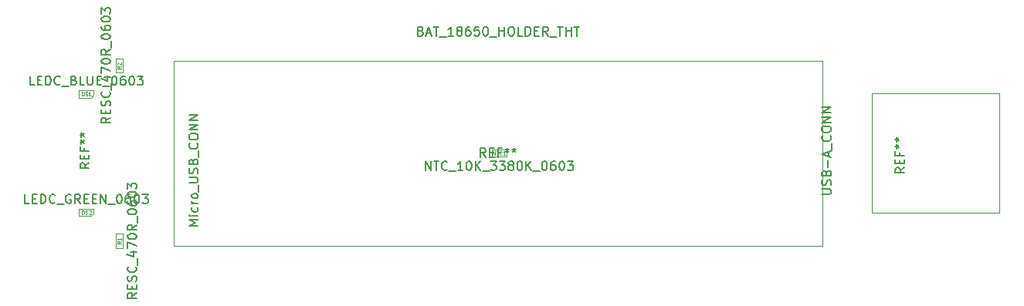
<source format=gbr>
%TF.GenerationSoftware,KiCad,Pcbnew,(5.1.6)-1*%
%TF.CreationDate,2020-08-13T11:00:50+03:00*%
%TF.ProjectId,Rechargeable 5V power bank REV 0.53,52656368-6172-4676-9561-626c65203556,rev?*%
%TF.SameCoordinates,Original*%
%TF.FileFunction,Other,Fab,Top*%
%FSLAX46Y46*%
G04 Gerber Fmt 4.6, Leading zero omitted, Abs format (unit mm)*
G04 Created by KiCad (PCBNEW (5.1.6)-1) date 2020-08-13 11:00:50*
%MOMM*%
%LPD*%
G01*
G04 APERTURE LIST*
%ADD10C,0.120000*%
%ADD11C,0.100000*%
%ADD12C,0.150000*%
%ADD13C,0.060000*%
G04 APERTURE END LIST*
D10*
%TO.C,BAT1*%
X153560000Y-62340000D02*
X82440000Y-62340000D01*
X153560000Y-82660000D02*
X153560000Y-62340000D01*
X82440000Y-82660000D02*
X153560000Y-82660000D01*
X82440000Y-62340000D02*
X82440000Y-82660000D01*
D11*
%TO.C,R2*%
X76100000Y-63675000D02*
X76100000Y-62075000D01*
X76900000Y-63675000D02*
X76100000Y-63675000D01*
X76900000Y-62075000D02*
X76900000Y-63675000D01*
X76100000Y-62075000D02*
X76900000Y-62075000D01*
%TO.C,R1*%
X76900000Y-81325000D02*
X76900000Y-82925000D01*
X76100000Y-81325000D02*
X76900000Y-81325000D01*
X76100000Y-82925000D02*
X76100000Y-81325000D01*
X76900000Y-82925000D02*
X76100000Y-82925000D01*
%TO.C,NTC1*%
X118925000Y-72900000D02*
X117325000Y-72900000D01*
X118925000Y-72100000D02*
X118925000Y-72900000D01*
X117325000Y-72100000D02*
X118925000Y-72100000D01*
X117325000Y-72900000D02*
X117325000Y-72100000D01*
D10*
%TO.C,J2*%
X158990000Y-65935000D02*
X172990000Y-65935000D01*
X158990000Y-79065000D02*
X172990000Y-79065000D01*
X158990000Y-79065000D02*
X158990000Y-65935000D01*
X172990000Y-79065000D02*
X172990000Y-65935000D01*
D11*
%TO.C,DS2*%
X72075000Y-78600000D02*
X72075000Y-79400000D01*
X73675000Y-78600000D02*
X72075000Y-78600000D01*
X73675000Y-79100000D02*
X73675000Y-78600000D01*
X73375000Y-79400000D02*
X73675000Y-79100000D01*
X72075000Y-79400000D02*
X73375000Y-79400000D01*
%TO.C,DS1*%
X72075000Y-65600000D02*
X72075000Y-66400000D01*
X73675000Y-65600000D02*
X72075000Y-65600000D01*
X73675000Y-66100000D02*
X73675000Y-65600000D01*
X73375000Y-66400000D02*
X73675000Y-66100000D01*
X72075000Y-66400000D02*
X73375000Y-66400000D01*
%TD*%
%TO.C,BAT1*%
D12*
X109547619Y-59093571D02*
X109690476Y-59141190D01*
X109738095Y-59188809D01*
X109785714Y-59284047D01*
X109785714Y-59426904D01*
X109738095Y-59522142D01*
X109690476Y-59569761D01*
X109595238Y-59617380D01*
X109214285Y-59617380D01*
X109214285Y-58617380D01*
X109547619Y-58617380D01*
X109642857Y-58665000D01*
X109690476Y-58712619D01*
X109738095Y-58807857D01*
X109738095Y-58903095D01*
X109690476Y-58998333D01*
X109642857Y-59045952D01*
X109547619Y-59093571D01*
X109214285Y-59093571D01*
X110166666Y-59331666D02*
X110642857Y-59331666D01*
X110071428Y-59617380D02*
X110404761Y-58617380D01*
X110738095Y-59617380D01*
X110928571Y-58617380D02*
X111500000Y-58617380D01*
X111214285Y-59617380D02*
X111214285Y-58617380D01*
X111595238Y-59712619D02*
X112357142Y-59712619D01*
X113119047Y-59617380D02*
X112547619Y-59617380D01*
X112833333Y-59617380D02*
X112833333Y-58617380D01*
X112738095Y-58760238D01*
X112642857Y-58855476D01*
X112547619Y-58903095D01*
X113690476Y-59045952D02*
X113595238Y-58998333D01*
X113547619Y-58950714D01*
X113500000Y-58855476D01*
X113500000Y-58807857D01*
X113547619Y-58712619D01*
X113595238Y-58665000D01*
X113690476Y-58617380D01*
X113880952Y-58617380D01*
X113976190Y-58665000D01*
X114023809Y-58712619D01*
X114071428Y-58807857D01*
X114071428Y-58855476D01*
X114023809Y-58950714D01*
X113976190Y-58998333D01*
X113880952Y-59045952D01*
X113690476Y-59045952D01*
X113595238Y-59093571D01*
X113547619Y-59141190D01*
X113500000Y-59236428D01*
X113500000Y-59426904D01*
X113547619Y-59522142D01*
X113595238Y-59569761D01*
X113690476Y-59617380D01*
X113880952Y-59617380D01*
X113976190Y-59569761D01*
X114023809Y-59522142D01*
X114071428Y-59426904D01*
X114071428Y-59236428D01*
X114023809Y-59141190D01*
X113976190Y-59093571D01*
X113880952Y-59045952D01*
X114928571Y-58617380D02*
X114738095Y-58617380D01*
X114642857Y-58665000D01*
X114595238Y-58712619D01*
X114500000Y-58855476D01*
X114452380Y-59045952D01*
X114452380Y-59426904D01*
X114500000Y-59522142D01*
X114547619Y-59569761D01*
X114642857Y-59617380D01*
X114833333Y-59617380D01*
X114928571Y-59569761D01*
X114976190Y-59522142D01*
X115023809Y-59426904D01*
X115023809Y-59188809D01*
X114976190Y-59093571D01*
X114928571Y-59045952D01*
X114833333Y-58998333D01*
X114642857Y-58998333D01*
X114547619Y-59045952D01*
X114500000Y-59093571D01*
X114452380Y-59188809D01*
X115928571Y-58617380D02*
X115452380Y-58617380D01*
X115404761Y-59093571D01*
X115452380Y-59045952D01*
X115547619Y-58998333D01*
X115785714Y-58998333D01*
X115880952Y-59045952D01*
X115928571Y-59093571D01*
X115976190Y-59188809D01*
X115976190Y-59426904D01*
X115928571Y-59522142D01*
X115880952Y-59569761D01*
X115785714Y-59617380D01*
X115547619Y-59617380D01*
X115452380Y-59569761D01*
X115404761Y-59522142D01*
X116595238Y-58617380D02*
X116690476Y-58617380D01*
X116785714Y-58665000D01*
X116833333Y-58712619D01*
X116880952Y-58807857D01*
X116928571Y-58998333D01*
X116928571Y-59236428D01*
X116880952Y-59426904D01*
X116833333Y-59522142D01*
X116785714Y-59569761D01*
X116690476Y-59617380D01*
X116595238Y-59617380D01*
X116500000Y-59569761D01*
X116452380Y-59522142D01*
X116404761Y-59426904D01*
X116357142Y-59236428D01*
X116357142Y-58998333D01*
X116404761Y-58807857D01*
X116452380Y-58712619D01*
X116500000Y-58665000D01*
X116595238Y-58617380D01*
X117119047Y-59712619D02*
X117880952Y-59712619D01*
X118119047Y-59617380D02*
X118119047Y-58617380D01*
X118119047Y-59093571D02*
X118690476Y-59093571D01*
X118690476Y-59617380D02*
X118690476Y-58617380D01*
X119357142Y-58617380D02*
X119547619Y-58617380D01*
X119642857Y-58665000D01*
X119738095Y-58760238D01*
X119785714Y-58950714D01*
X119785714Y-59284047D01*
X119738095Y-59474523D01*
X119642857Y-59569761D01*
X119547619Y-59617380D01*
X119357142Y-59617380D01*
X119261904Y-59569761D01*
X119166666Y-59474523D01*
X119119047Y-59284047D01*
X119119047Y-58950714D01*
X119166666Y-58760238D01*
X119261904Y-58665000D01*
X119357142Y-58617380D01*
X120690476Y-59617380D02*
X120214285Y-59617380D01*
X120214285Y-58617380D01*
X121023809Y-59617380D02*
X121023809Y-58617380D01*
X121261904Y-58617380D01*
X121404761Y-58665000D01*
X121500000Y-58760238D01*
X121547619Y-58855476D01*
X121595238Y-59045952D01*
X121595238Y-59188809D01*
X121547619Y-59379285D01*
X121500000Y-59474523D01*
X121404761Y-59569761D01*
X121261904Y-59617380D01*
X121023809Y-59617380D01*
X122023809Y-59093571D02*
X122357142Y-59093571D01*
X122500000Y-59617380D02*
X122023809Y-59617380D01*
X122023809Y-58617380D01*
X122500000Y-58617380D01*
X123500000Y-59617380D02*
X123166666Y-59141190D01*
X122928571Y-59617380D02*
X122928571Y-58617380D01*
X123309523Y-58617380D01*
X123404761Y-58665000D01*
X123452380Y-58712619D01*
X123500000Y-58807857D01*
X123500000Y-58950714D01*
X123452380Y-59045952D01*
X123404761Y-59093571D01*
X123309523Y-59141190D01*
X122928571Y-59141190D01*
X123690476Y-59712619D02*
X124452380Y-59712619D01*
X124547619Y-58617380D02*
X125119047Y-58617380D01*
X124833333Y-59617380D02*
X124833333Y-58617380D01*
X125452380Y-59617380D02*
X125452380Y-58617380D01*
X125452380Y-59093571D02*
X126023809Y-59093571D01*
X126023809Y-59617380D02*
X126023809Y-58617380D01*
X126357142Y-58617380D02*
X126928571Y-58617380D01*
X126642857Y-59617380D02*
X126642857Y-58617380D01*
X116666666Y-72952380D02*
X116333333Y-72476190D01*
X116095238Y-72952380D02*
X116095238Y-71952380D01*
X116476190Y-71952380D01*
X116571428Y-72000000D01*
X116619047Y-72047619D01*
X116666666Y-72142857D01*
X116666666Y-72285714D01*
X116619047Y-72380952D01*
X116571428Y-72428571D01*
X116476190Y-72476190D01*
X116095238Y-72476190D01*
X117095238Y-72428571D02*
X117428571Y-72428571D01*
X117571428Y-72952380D02*
X117095238Y-72952380D01*
X117095238Y-71952380D01*
X117571428Y-71952380D01*
X118333333Y-72428571D02*
X118000000Y-72428571D01*
X118000000Y-72952380D02*
X118000000Y-71952380D01*
X118476190Y-71952380D01*
X119000000Y-71952380D02*
X119000000Y-72190476D01*
X118761904Y-72095238D02*
X119000000Y-72190476D01*
X119238095Y-72095238D01*
X118857142Y-72380952D02*
X119000000Y-72190476D01*
X119142857Y-72380952D01*
X119761904Y-71952380D02*
X119761904Y-72190476D01*
X119523809Y-72095238D02*
X119761904Y-72190476D01*
X120000000Y-72095238D01*
X119619047Y-72380952D02*
X119761904Y-72190476D01*
X119904761Y-72380952D01*
%TO.C,R2*%
X75522380Y-68589285D02*
X75046190Y-68922619D01*
X75522380Y-69160714D02*
X74522380Y-69160714D01*
X74522380Y-68779761D01*
X74570000Y-68684523D01*
X74617619Y-68636904D01*
X74712857Y-68589285D01*
X74855714Y-68589285D01*
X74950952Y-68636904D01*
X74998571Y-68684523D01*
X75046190Y-68779761D01*
X75046190Y-69160714D01*
X74998571Y-68160714D02*
X74998571Y-67827380D01*
X75522380Y-67684523D02*
X75522380Y-68160714D01*
X74522380Y-68160714D01*
X74522380Y-67684523D01*
X75474761Y-67303571D02*
X75522380Y-67160714D01*
X75522380Y-66922619D01*
X75474761Y-66827380D01*
X75427142Y-66779761D01*
X75331904Y-66732142D01*
X75236666Y-66732142D01*
X75141428Y-66779761D01*
X75093809Y-66827380D01*
X75046190Y-66922619D01*
X74998571Y-67113095D01*
X74950952Y-67208333D01*
X74903333Y-67255952D01*
X74808095Y-67303571D01*
X74712857Y-67303571D01*
X74617619Y-67255952D01*
X74570000Y-67208333D01*
X74522380Y-67113095D01*
X74522380Y-66875000D01*
X74570000Y-66732142D01*
X75427142Y-65732142D02*
X75474761Y-65779761D01*
X75522380Y-65922619D01*
X75522380Y-66017857D01*
X75474761Y-66160714D01*
X75379523Y-66255952D01*
X75284285Y-66303571D01*
X75093809Y-66351190D01*
X74950952Y-66351190D01*
X74760476Y-66303571D01*
X74665238Y-66255952D01*
X74570000Y-66160714D01*
X74522380Y-66017857D01*
X74522380Y-65922619D01*
X74570000Y-65779761D01*
X74617619Y-65732142D01*
X75617619Y-65541666D02*
X75617619Y-64779761D01*
X74855714Y-64113095D02*
X75522380Y-64113095D01*
X74474761Y-64351190D02*
X75189047Y-64589285D01*
X75189047Y-63970238D01*
X74522380Y-63684523D02*
X74522380Y-63017857D01*
X75522380Y-63446428D01*
X74522380Y-62446428D02*
X74522380Y-62351190D01*
X74570000Y-62255952D01*
X74617619Y-62208333D01*
X74712857Y-62160714D01*
X74903333Y-62113095D01*
X75141428Y-62113095D01*
X75331904Y-62160714D01*
X75427142Y-62208333D01*
X75474761Y-62255952D01*
X75522380Y-62351190D01*
X75522380Y-62446428D01*
X75474761Y-62541666D01*
X75427142Y-62589285D01*
X75331904Y-62636904D01*
X75141428Y-62684523D01*
X74903333Y-62684523D01*
X74712857Y-62636904D01*
X74617619Y-62589285D01*
X74570000Y-62541666D01*
X74522380Y-62446428D01*
X75522380Y-61113095D02*
X75046190Y-61446428D01*
X75522380Y-61684523D02*
X74522380Y-61684523D01*
X74522380Y-61303571D01*
X74570000Y-61208333D01*
X74617619Y-61160714D01*
X74712857Y-61113095D01*
X74855714Y-61113095D01*
X74950952Y-61160714D01*
X74998571Y-61208333D01*
X75046190Y-61303571D01*
X75046190Y-61684523D01*
X75617619Y-60922619D02*
X75617619Y-60160714D01*
X74522380Y-59732142D02*
X74522380Y-59636904D01*
X74570000Y-59541666D01*
X74617619Y-59494047D01*
X74712857Y-59446428D01*
X74903333Y-59398809D01*
X75141428Y-59398809D01*
X75331904Y-59446428D01*
X75427142Y-59494047D01*
X75474761Y-59541666D01*
X75522380Y-59636904D01*
X75522380Y-59732142D01*
X75474761Y-59827380D01*
X75427142Y-59875000D01*
X75331904Y-59922619D01*
X75141428Y-59970238D01*
X74903333Y-59970238D01*
X74712857Y-59922619D01*
X74617619Y-59875000D01*
X74570000Y-59827380D01*
X74522380Y-59732142D01*
X74522380Y-58541666D02*
X74522380Y-58732142D01*
X74570000Y-58827380D01*
X74617619Y-58875000D01*
X74760476Y-58970238D01*
X74950952Y-59017857D01*
X75331904Y-59017857D01*
X75427142Y-58970238D01*
X75474761Y-58922619D01*
X75522380Y-58827380D01*
X75522380Y-58636904D01*
X75474761Y-58541666D01*
X75427142Y-58494047D01*
X75331904Y-58446428D01*
X75093809Y-58446428D01*
X74998571Y-58494047D01*
X74950952Y-58541666D01*
X74903333Y-58636904D01*
X74903333Y-58827380D01*
X74950952Y-58922619D01*
X74998571Y-58970238D01*
X75093809Y-59017857D01*
X74522380Y-57827380D02*
X74522380Y-57732142D01*
X74570000Y-57636904D01*
X74617619Y-57589285D01*
X74712857Y-57541666D01*
X74903333Y-57494047D01*
X75141428Y-57494047D01*
X75331904Y-57541666D01*
X75427142Y-57589285D01*
X75474761Y-57636904D01*
X75522380Y-57732142D01*
X75522380Y-57827380D01*
X75474761Y-57922619D01*
X75427142Y-57970238D01*
X75331904Y-58017857D01*
X75141428Y-58065476D01*
X74903333Y-58065476D01*
X74712857Y-58017857D01*
X74617619Y-57970238D01*
X74570000Y-57922619D01*
X74522380Y-57827380D01*
X74522380Y-57160714D02*
X74522380Y-56541666D01*
X74903333Y-56875000D01*
X74903333Y-56732142D01*
X74950952Y-56636904D01*
X74998571Y-56589285D01*
X75093809Y-56541666D01*
X75331904Y-56541666D01*
X75427142Y-56589285D01*
X75474761Y-56636904D01*
X75522380Y-56732142D01*
X75522380Y-57017857D01*
X75474761Y-57113095D01*
X75427142Y-57160714D01*
D13*
X76680952Y-62941666D02*
X76490476Y-63075000D01*
X76680952Y-63170238D02*
X76280952Y-63170238D01*
X76280952Y-63017857D01*
X76300000Y-62979761D01*
X76319047Y-62960714D01*
X76357142Y-62941666D01*
X76414285Y-62941666D01*
X76452380Y-62960714D01*
X76471428Y-62979761D01*
X76490476Y-63017857D01*
X76490476Y-63170238D01*
X76319047Y-62789285D02*
X76300000Y-62770238D01*
X76280952Y-62732142D01*
X76280952Y-62636904D01*
X76300000Y-62598809D01*
X76319047Y-62579761D01*
X76357142Y-62560714D01*
X76395238Y-62560714D01*
X76452380Y-62579761D01*
X76680952Y-62808333D01*
X76680952Y-62560714D01*
%TO.C,R1*%
D12*
X78382380Y-87839285D02*
X77906190Y-88172619D01*
X78382380Y-88410714D02*
X77382380Y-88410714D01*
X77382380Y-88029761D01*
X77430000Y-87934523D01*
X77477619Y-87886904D01*
X77572857Y-87839285D01*
X77715714Y-87839285D01*
X77810952Y-87886904D01*
X77858571Y-87934523D01*
X77906190Y-88029761D01*
X77906190Y-88410714D01*
X77858571Y-87410714D02*
X77858571Y-87077380D01*
X78382380Y-86934523D02*
X78382380Y-87410714D01*
X77382380Y-87410714D01*
X77382380Y-86934523D01*
X78334761Y-86553571D02*
X78382380Y-86410714D01*
X78382380Y-86172619D01*
X78334761Y-86077380D01*
X78287142Y-86029761D01*
X78191904Y-85982142D01*
X78096666Y-85982142D01*
X78001428Y-86029761D01*
X77953809Y-86077380D01*
X77906190Y-86172619D01*
X77858571Y-86363095D01*
X77810952Y-86458333D01*
X77763333Y-86505952D01*
X77668095Y-86553571D01*
X77572857Y-86553571D01*
X77477619Y-86505952D01*
X77430000Y-86458333D01*
X77382380Y-86363095D01*
X77382380Y-86125000D01*
X77430000Y-85982142D01*
X78287142Y-84982142D02*
X78334761Y-85029761D01*
X78382380Y-85172619D01*
X78382380Y-85267857D01*
X78334761Y-85410714D01*
X78239523Y-85505952D01*
X78144285Y-85553571D01*
X77953809Y-85601190D01*
X77810952Y-85601190D01*
X77620476Y-85553571D01*
X77525238Y-85505952D01*
X77430000Y-85410714D01*
X77382380Y-85267857D01*
X77382380Y-85172619D01*
X77430000Y-85029761D01*
X77477619Y-84982142D01*
X78477619Y-84791666D02*
X78477619Y-84029761D01*
X77715714Y-83363095D02*
X78382380Y-83363095D01*
X77334761Y-83601190D02*
X78049047Y-83839285D01*
X78049047Y-83220238D01*
X77382380Y-82934523D02*
X77382380Y-82267857D01*
X78382380Y-82696428D01*
X77382380Y-81696428D02*
X77382380Y-81601190D01*
X77430000Y-81505952D01*
X77477619Y-81458333D01*
X77572857Y-81410714D01*
X77763333Y-81363095D01*
X78001428Y-81363095D01*
X78191904Y-81410714D01*
X78287142Y-81458333D01*
X78334761Y-81505952D01*
X78382380Y-81601190D01*
X78382380Y-81696428D01*
X78334761Y-81791666D01*
X78287142Y-81839285D01*
X78191904Y-81886904D01*
X78001428Y-81934523D01*
X77763333Y-81934523D01*
X77572857Y-81886904D01*
X77477619Y-81839285D01*
X77430000Y-81791666D01*
X77382380Y-81696428D01*
X78382380Y-80363095D02*
X77906190Y-80696428D01*
X78382380Y-80934523D02*
X77382380Y-80934523D01*
X77382380Y-80553571D01*
X77430000Y-80458333D01*
X77477619Y-80410714D01*
X77572857Y-80363095D01*
X77715714Y-80363095D01*
X77810952Y-80410714D01*
X77858571Y-80458333D01*
X77906190Y-80553571D01*
X77906190Y-80934523D01*
X78477619Y-80172619D02*
X78477619Y-79410714D01*
X77382380Y-78982142D02*
X77382380Y-78886904D01*
X77430000Y-78791666D01*
X77477619Y-78744047D01*
X77572857Y-78696428D01*
X77763333Y-78648809D01*
X78001428Y-78648809D01*
X78191904Y-78696428D01*
X78287142Y-78744047D01*
X78334761Y-78791666D01*
X78382380Y-78886904D01*
X78382380Y-78982142D01*
X78334761Y-79077380D01*
X78287142Y-79125000D01*
X78191904Y-79172619D01*
X78001428Y-79220238D01*
X77763333Y-79220238D01*
X77572857Y-79172619D01*
X77477619Y-79125000D01*
X77430000Y-79077380D01*
X77382380Y-78982142D01*
X77382380Y-77791666D02*
X77382380Y-77982142D01*
X77430000Y-78077380D01*
X77477619Y-78125000D01*
X77620476Y-78220238D01*
X77810952Y-78267857D01*
X78191904Y-78267857D01*
X78287142Y-78220238D01*
X78334761Y-78172619D01*
X78382380Y-78077380D01*
X78382380Y-77886904D01*
X78334761Y-77791666D01*
X78287142Y-77744047D01*
X78191904Y-77696428D01*
X77953809Y-77696428D01*
X77858571Y-77744047D01*
X77810952Y-77791666D01*
X77763333Y-77886904D01*
X77763333Y-78077380D01*
X77810952Y-78172619D01*
X77858571Y-78220238D01*
X77953809Y-78267857D01*
X77382380Y-77077380D02*
X77382380Y-76982142D01*
X77430000Y-76886904D01*
X77477619Y-76839285D01*
X77572857Y-76791666D01*
X77763333Y-76744047D01*
X78001428Y-76744047D01*
X78191904Y-76791666D01*
X78287142Y-76839285D01*
X78334761Y-76886904D01*
X78382380Y-76982142D01*
X78382380Y-77077380D01*
X78334761Y-77172619D01*
X78287142Y-77220238D01*
X78191904Y-77267857D01*
X78001428Y-77315476D01*
X77763333Y-77315476D01*
X77572857Y-77267857D01*
X77477619Y-77220238D01*
X77430000Y-77172619D01*
X77382380Y-77077380D01*
X77382380Y-76410714D02*
X77382380Y-75791666D01*
X77763333Y-76125000D01*
X77763333Y-75982142D01*
X77810952Y-75886904D01*
X77858571Y-75839285D01*
X77953809Y-75791666D01*
X78191904Y-75791666D01*
X78287142Y-75839285D01*
X78334761Y-75886904D01*
X78382380Y-75982142D01*
X78382380Y-76267857D01*
X78334761Y-76363095D01*
X78287142Y-76410714D01*
D13*
X76680952Y-82191666D02*
X76490476Y-82325000D01*
X76680952Y-82420238D02*
X76280952Y-82420238D01*
X76280952Y-82267857D01*
X76300000Y-82229761D01*
X76319047Y-82210714D01*
X76357142Y-82191666D01*
X76414285Y-82191666D01*
X76452380Y-82210714D01*
X76471428Y-82229761D01*
X76490476Y-82267857D01*
X76490476Y-82420238D01*
X76680952Y-81810714D02*
X76680952Y-82039285D01*
X76680952Y-81925000D02*
X76280952Y-81925000D01*
X76338095Y-81963095D01*
X76376190Y-82001190D01*
X76395238Y-82039285D01*
%TO.C,NTC1*%
D12*
X110053571Y-74382380D02*
X110053571Y-73382380D01*
X110625000Y-74382380D01*
X110625000Y-73382380D01*
X110958333Y-73382380D02*
X111529761Y-73382380D01*
X111244047Y-74382380D02*
X111244047Y-73382380D01*
X112434523Y-74287142D02*
X112386904Y-74334761D01*
X112244047Y-74382380D01*
X112148809Y-74382380D01*
X112005952Y-74334761D01*
X111910714Y-74239523D01*
X111863095Y-74144285D01*
X111815476Y-73953809D01*
X111815476Y-73810952D01*
X111863095Y-73620476D01*
X111910714Y-73525238D01*
X112005952Y-73430000D01*
X112148809Y-73382380D01*
X112244047Y-73382380D01*
X112386904Y-73430000D01*
X112434523Y-73477619D01*
X112625000Y-74477619D02*
X113386904Y-74477619D01*
X114148809Y-74382380D02*
X113577380Y-74382380D01*
X113863095Y-74382380D02*
X113863095Y-73382380D01*
X113767857Y-73525238D01*
X113672619Y-73620476D01*
X113577380Y-73668095D01*
X114767857Y-73382380D02*
X114863095Y-73382380D01*
X114958333Y-73430000D01*
X115005952Y-73477619D01*
X115053571Y-73572857D01*
X115101190Y-73763333D01*
X115101190Y-74001428D01*
X115053571Y-74191904D01*
X115005952Y-74287142D01*
X114958333Y-74334761D01*
X114863095Y-74382380D01*
X114767857Y-74382380D01*
X114672619Y-74334761D01*
X114625000Y-74287142D01*
X114577380Y-74191904D01*
X114529761Y-74001428D01*
X114529761Y-73763333D01*
X114577380Y-73572857D01*
X114625000Y-73477619D01*
X114672619Y-73430000D01*
X114767857Y-73382380D01*
X115529761Y-74382380D02*
X115529761Y-73382380D01*
X116101190Y-74382380D02*
X115672619Y-73810952D01*
X116101190Y-73382380D02*
X115529761Y-73953809D01*
X116291666Y-74477619D02*
X117053571Y-74477619D01*
X117196428Y-73382380D02*
X117815476Y-73382380D01*
X117482142Y-73763333D01*
X117625000Y-73763333D01*
X117720238Y-73810952D01*
X117767857Y-73858571D01*
X117815476Y-73953809D01*
X117815476Y-74191904D01*
X117767857Y-74287142D01*
X117720238Y-74334761D01*
X117625000Y-74382380D01*
X117339285Y-74382380D01*
X117244047Y-74334761D01*
X117196428Y-74287142D01*
X118148809Y-73382380D02*
X118767857Y-73382380D01*
X118434523Y-73763333D01*
X118577380Y-73763333D01*
X118672619Y-73810952D01*
X118720238Y-73858571D01*
X118767857Y-73953809D01*
X118767857Y-74191904D01*
X118720238Y-74287142D01*
X118672619Y-74334761D01*
X118577380Y-74382380D01*
X118291666Y-74382380D01*
X118196428Y-74334761D01*
X118148809Y-74287142D01*
X119339285Y-73810952D02*
X119244047Y-73763333D01*
X119196428Y-73715714D01*
X119148809Y-73620476D01*
X119148809Y-73572857D01*
X119196428Y-73477619D01*
X119244047Y-73430000D01*
X119339285Y-73382380D01*
X119529761Y-73382380D01*
X119625000Y-73430000D01*
X119672619Y-73477619D01*
X119720238Y-73572857D01*
X119720238Y-73620476D01*
X119672619Y-73715714D01*
X119625000Y-73763333D01*
X119529761Y-73810952D01*
X119339285Y-73810952D01*
X119244047Y-73858571D01*
X119196428Y-73906190D01*
X119148809Y-74001428D01*
X119148809Y-74191904D01*
X119196428Y-74287142D01*
X119244047Y-74334761D01*
X119339285Y-74382380D01*
X119529761Y-74382380D01*
X119625000Y-74334761D01*
X119672619Y-74287142D01*
X119720238Y-74191904D01*
X119720238Y-74001428D01*
X119672619Y-73906190D01*
X119625000Y-73858571D01*
X119529761Y-73810952D01*
X120339285Y-73382380D02*
X120434523Y-73382380D01*
X120529761Y-73430000D01*
X120577380Y-73477619D01*
X120625000Y-73572857D01*
X120672619Y-73763333D01*
X120672619Y-74001428D01*
X120625000Y-74191904D01*
X120577380Y-74287142D01*
X120529761Y-74334761D01*
X120434523Y-74382380D01*
X120339285Y-74382380D01*
X120244047Y-74334761D01*
X120196428Y-74287142D01*
X120148809Y-74191904D01*
X120101190Y-74001428D01*
X120101190Y-73763333D01*
X120148809Y-73572857D01*
X120196428Y-73477619D01*
X120244047Y-73430000D01*
X120339285Y-73382380D01*
X121101190Y-74382380D02*
X121101190Y-73382380D01*
X121672619Y-74382380D02*
X121244047Y-73810952D01*
X121672619Y-73382380D02*
X121101190Y-73953809D01*
X121863095Y-74477619D02*
X122625000Y-74477619D01*
X123053571Y-73382380D02*
X123148809Y-73382380D01*
X123244047Y-73430000D01*
X123291666Y-73477619D01*
X123339285Y-73572857D01*
X123386904Y-73763333D01*
X123386904Y-74001428D01*
X123339285Y-74191904D01*
X123291666Y-74287142D01*
X123244047Y-74334761D01*
X123148809Y-74382380D01*
X123053571Y-74382380D01*
X122958333Y-74334761D01*
X122910714Y-74287142D01*
X122863095Y-74191904D01*
X122815476Y-74001428D01*
X122815476Y-73763333D01*
X122863095Y-73572857D01*
X122910714Y-73477619D01*
X122958333Y-73430000D01*
X123053571Y-73382380D01*
X124244047Y-73382380D02*
X124053571Y-73382380D01*
X123958333Y-73430000D01*
X123910714Y-73477619D01*
X123815476Y-73620476D01*
X123767857Y-73810952D01*
X123767857Y-74191904D01*
X123815476Y-74287142D01*
X123863095Y-74334761D01*
X123958333Y-74382380D01*
X124148809Y-74382380D01*
X124244047Y-74334761D01*
X124291666Y-74287142D01*
X124339285Y-74191904D01*
X124339285Y-73953809D01*
X124291666Y-73858571D01*
X124244047Y-73810952D01*
X124148809Y-73763333D01*
X123958333Y-73763333D01*
X123863095Y-73810952D01*
X123815476Y-73858571D01*
X123767857Y-73953809D01*
X124958333Y-73382380D02*
X125053571Y-73382380D01*
X125148809Y-73430000D01*
X125196428Y-73477619D01*
X125244047Y-73572857D01*
X125291666Y-73763333D01*
X125291666Y-74001428D01*
X125244047Y-74191904D01*
X125196428Y-74287142D01*
X125148809Y-74334761D01*
X125053571Y-74382380D01*
X124958333Y-74382380D01*
X124863095Y-74334761D01*
X124815476Y-74287142D01*
X124767857Y-74191904D01*
X124720238Y-74001428D01*
X124720238Y-73763333D01*
X124767857Y-73572857D01*
X124815476Y-73477619D01*
X124863095Y-73430000D01*
X124958333Y-73382380D01*
X125625000Y-73382380D02*
X126244047Y-73382380D01*
X125910714Y-73763333D01*
X126053571Y-73763333D01*
X126148809Y-73810952D01*
X126196428Y-73858571D01*
X126244047Y-73953809D01*
X126244047Y-74191904D01*
X126196428Y-74287142D01*
X126148809Y-74334761D01*
X126053571Y-74382380D01*
X125767857Y-74382380D01*
X125672619Y-74334761D01*
X125625000Y-74287142D01*
D13*
X117467857Y-72680952D02*
X117467857Y-72280952D01*
X117696428Y-72680952D01*
X117696428Y-72280952D01*
X117829761Y-72280952D02*
X118058333Y-72280952D01*
X117944047Y-72680952D02*
X117944047Y-72280952D01*
X118420238Y-72642857D02*
X118401190Y-72661904D01*
X118344047Y-72680952D01*
X118305952Y-72680952D01*
X118248809Y-72661904D01*
X118210714Y-72623809D01*
X118191666Y-72585714D01*
X118172619Y-72509523D01*
X118172619Y-72452380D01*
X118191666Y-72376190D01*
X118210714Y-72338095D01*
X118248809Y-72300000D01*
X118305952Y-72280952D01*
X118344047Y-72280952D01*
X118401190Y-72300000D01*
X118420238Y-72319047D01*
X118801190Y-72680952D02*
X118572619Y-72680952D01*
X118686904Y-72680952D02*
X118686904Y-72280952D01*
X118648809Y-72338095D01*
X118610714Y-72376190D01*
X118572619Y-72395238D01*
%TO.C,J2*%
D12*
X153526380Y-77007904D02*
X154335904Y-77007904D01*
X154431142Y-76960285D01*
X154478761Y-76912666D01*
X154526380Y-76817428D01*
X154526380Y-76626952D01*
X154478761Y-76531714D01*
X154431142Y-76484095D01*
X154335904Y-76436476D01*
X153526380Y-76436476D01*
X154478761Y-76007904D02*
X154526380Y-75865047D01*
X154526380Y-75626952D01*
X154478761Y-75531714D01*
X154431142Y-75484095D01*
X154335904Y-75436476D01*
X154240666Y-75436476D01*
X154145428Y-75484095D01*
X154097809Y-75531714D01*
X154050190Y-75626952D01*
X154002571Y-75817428D01*
X153954952Y-75912666D01*
X153907333Y-75960285D01*
X153812095Y-76007904D01*
X153716857Y-76007904D01*
X153621619Y-75960285D01*
X153574000Y-75912666D01*
X153526380Y-75817428D01*
X153526380Y-75579333D01*
X153574000Y-75436476D01*
X154002571Y-74674571D02*
X154050190Y-74531714D01*
X154097809Y-74484095D01*
X154193047Y-74436476D01*
X154335904Y-74436476D01*
X154431142Y-74484095D01*
X154478761Y-74531714D01*
X154526380Y-74626952D01*
X154526380Y-75007904D01*
X153526380Y-75007904D01*
X153526380Y-74674571D01*
X153574000Y-74579333D01*
X153621619Y-74531714D01*
X153716857Y-74484095D01*
X153812095Y-74484095D01*
X153907333Y-74531714D01*
X153954952Y-74579333D01*
X154002571Y-74674571D01*
X154002571Y-75007904D01*
X154145428Y-74007904D02*
X154145428Y-73246000D01*
X154240666Y-72817428D02*
X154240666Y-72341238D01*
X154526380Y-72912666D02*
X153526380Y-72579333D01*
X154526380Y-72246000D01*
X154621619Y-72150761D02*
X154621619Y-71388857D01*
X154431142Y-70579333D02*
X154478761Y-70626952D01*
X154526380Y-70769809D01*
X154526380Y-70865047D01*
X154478761Y-71007904D01*
X154383523Y-71103142D01*
X154288285Y-71150761D01*
X154097809Y-71198380D01*
X153954952Y-71198380D01*
X153764476Y-71150761D01*
X153669238Y-71103142D01*
X153574000Y-71007904D01*
X153526380Y-70865047D01*
X153526380Y-70769809D01*
X153574000Y-70626952D01*
X153621619Y-70579333D01*
X153526380Y-69960285D02*
X153526380Y-69769809D01*
X153574000Y-69674571D01*
X153669238Y-69579333D01*
X153859714Y-69531714D01*
X154193047Y-69531714D01*
X154383523Y-69579333D01*
X154478761Y-69674571D01*
X154526380Y-69769809D01*
X154526380Y-69960285D01*
X154478761Y-70055523D01*
X154383523Y-70150761D01*
X154193047Y-70198380D01*
X153859714Y-70198380D01*
X153669238Y-70150761D01*
X153574000Y-70055523D01*
X153526380Y-69960285D01*
X154526380Y-69103142D02*
X153526380Y-69103142D01*
X154526380Y-68531714D01*
X153526380Y-68531714D01*
X154526380Y-68055523D02*
X153526380Y-68055523D01*
X154526380Y-67484095D01*
X153526380Y-67484095D01*
X162569380Y-74087333D02*
X162093190Y-74420666D01*
X162569380Y-74658761D02*
X161569380Y-74658761D01*
X161569380Y-74277809D01*
X161617000Y-74182571D01*
X161664619Y-74134952D01*
X161759857Y-74087333D01*
X161902714Y-74087333D01*
X161997952Y-74134952D01*
X162045571Y-74182571D01*
X162093190Y-74277809D01*
X162093190Y-74658761D01*
X162045571Y-73658761D02*
X162045571Y-73325428D01*
X162569380Y-73182571D02*
X162569380Y-73658761D01*
X161569380Y-73658761D01*
X161569380Y-73182571D01*
X162045571Y-72420666D02*
X162045571Y-72754000D01*
X162569380Y-72754000D02*
X161569380Y-72754000D01*
X161569380Y-72277809D01*
X161569380Y-71754000D02*
X161807476Y-71754000D01*
X161712238Y-71992095D02*
X161807476Y-71754000D01*
X161712238Y-71515904D01*
X161997952Y-71896857D02*
X161807476Y-71754000D01*
X161997952Y-71611142D01*
X161569380Y-70992095D02*
X161807476Y-70992095D01*
X161712238Y-71230190D02*
X161807476Y-70992095D01*
X161712238Y-70754000D01*
X161997952Y-71134952D02*
X161807476Y-70992095D01*
X161997952Y-70849238D01*
%TO.C,J1*%
X85112380Y-80500238D02*
X84112380Y-80500238D01*
X84826666Y-80166904D01*
X84112380Y-79833571D01*
X85112380Y-79833571D01*
X85112380Y-79357380D02*
X84445714Y-79357380D01*
X84112380Y-79357380D02*
X84160000Y-79405000D01*
X84207619Y-79357380D01*
X84160000Y-79309761D01*
X84112380Y-79357380D01*
X84207619Y-79357380D01*
X85064761Y-78452619D02*
X85112380Y-78547857D01*
X85112380Y-78738333D01*
X85064761Y-78833571D01*
X85017142Y-78881190D01*
X84921904Y-78928809D01*
X84636190Y-78928809D01*
X84540952Y-78881190D01*
X84493333Y-78833571D01*
X84445714Y-78738333D01*
X84445714Y-78547857D01*
X84493333Y-78452619D01*
X85112380Y-78024047D02*
X84445714Y-78024047D01*
X84636190Y-78024047D02*
X84540952Y-77976428D01*
X84493333Y-77928809D01*
X84445714Y-77833571D01*
X84445714Y-77738333D01*
X85112380Y-77262142D02*
X85064761Y-77357380D01*
X85017142Y-77405000D01*
X84921904Y-77452619D01*
X84636190Y-77452619D01*
X84540952Y-77405000D01*
X84493333Y-77357380D01*
X84445714Y-77262142D01*
X84445714Y-77119285D01*
X84493333Y-77024047D01*
X84540952Y-76976428D01*
X84636190Y-76928809D01*
X84921904Y-76928809D01*
X85017142Y-76976428D01*
X85064761Y-77024047D01*
X85112380Y-77119285D01*
X85112380Y-77262142D01*
X85207619Y-76738333D02*
X85207619Y-75976428D01*
X84112380Y-75738333D02*
X84921904Y-75738333D01*
X85017142Y-75690714D01*
X85064761Y-75643095D01*
X85112380Y-75547857D01*
X85112380Y-75357380D01*
X85064761Y-75262142D01*
X85017142Y-75214523D01*
X84921904Y-75166904D01*
X84112380Y-75166904D01*
X85064761Y-74738333D02*
X85112380Y-74595476D01*
X85112380Y-74357380D01*
X85064761Y-74262142D01*
X85017142Y-74214523D01*
X84921904Y-74166904D01*
X84826666Y-74166904D01*
X84731428Y-74214523D01*
X84683809Y-74262142D01*
X84636190Y-74357380D01*
X84588571Y-74547857D01*
X84540952Y-74643095D01*
X84493333Y-74690714D01*
X84398095Y-74738333D01*
X84302857Y-74738333D01*
X84207619Y-74690714D01*
X84160000Y-74643095D01*
X84112380Y-74547857D01*
X84112380Y-74309761D01*
X84160000Y-74166904D01*
X84588571Y-73405000D02*
X84636190Y-73262142D01*
X84683809Y-73214523D01*
X84779047Y-73166904D01*
X84921904Y-73166904D01*
X85017142Y-73214523D01*
X85064761Y-73262142D01*
X85112380Y-73357380D01*
X85112380Y-73738333D01*
X84112380Y-73738333D01*
X84112380Y-73405000D01*
X84160000Y-73309761D01*
X84207619Y-73262142D01*
X84302857Y-73214523D01*
X84398095Y-73214523D01*
X84493333Y-73262142D01*
X84540952Y-73309761D01*
X84588571Y-73405000D01*
X84588571Y-73738333D01*
X85207619Y-72976428D02*
X85207619Y-72214523D01*
X85017142Y-71405000D02*
X85064761Y-71452619D01*
X85112380Y-71595476D01*
X85112380Y-71690714D01*
X85064761Y-71833571D01*
X84969523Y-71928809D01*
X84874285Y-71976428D01*
X84683809Y-72024047D01*
X84540952Y-72024047D01*
X84350476Y-71976428D01*
X84255238Y-71928809D01*
X84160000Y-71833571D01*
X84112380Y-71690714D01*
X84112380Y-71595476D01*
X84160000Y-71452619D01*
X84207619Y-71405000D01*
X84112380Y-70785952D02*
X84112380Y-70595476D01*
X84160000Y-70500238D01*
X84255238Y-70405000D01*
X84445714Y-70357380D01*
X84779047Y-70357380D01*
X84969523Y-70405000D01*
X85064761Y-70500238D01*
X85112380Y-70595476D01*
X85112380Y-70785952D01*
X85064761Y-70881190D01*
X84969523Y-70976428D01*
X84779047Y-71024047D01*
X84445714Y-71024047D01*
X84255238Y-70976428D01*
X84160000Y-70881190D01*
X84112380Y-70785952D01*
X85112380Y-69928809D02*
X84112380Y-69928809D01*
X85112380Y-69357380D01*
X84112380Y-69357380D01*
X85112380Y-68881190D02*
X84112380Y-68881190D01*
X85112380Y-68309761D01*
X84112380Y-68309761D01*
X73174380Y-73579333D02*
X72698190Y-73912666D01*
X73174380Y-74150761D02*
X72174380Y-74150761D01*
X72174380Y-73769809D01*
X72222000Y-73674571D01*
X72269619Y-73626952D01*
X72364857Y-73579333D01*
X72507714Y-73579333D01*
X72602952Y-73626952D01*
X72650571Y-73674571D01*
X72698190Y-73769809D01*
X72698190Y-74150761D01*
X72650571Y-73150761D02*
X72650571Y-72817428D01*
X73174380Y-72674571D02*
X73174380Y-73150761D01*
X72174380Y-73150761D01*
X72174380Y-72674571D01*
X72650571Y-71912666D02*
X72650571Y-72246000D01*
X73174380Y-72246000D02*
X72174380Y-72246000D01*
X72174380Y-71769809D01*
X72174380Y-71246000D02*
X72412476Y-71246000D01*
X72317238Y-71484095D02*
X72412476Y-71246000D01*
X72317238Y-71007904D01*
X72602952Y-71388857D02*
X72412476Y-71246000D01*
X72602952Y-71103142D01*
X72174380Y-70484095D02*
X72412476Y-70484095D01*
X72317238Y-70722190D02*
X72412476Y-70484095D01*
X72317238Y-70246000D01*
X72602952Y-70626952D02*
X72412476Y-70484095D01*
X72602952Y-70341238D01*
%TO.C,DS2*%
X66636904Y-78022380D02*
X66160714Y-78022380D01*
X66160714Y-77022380D01*
X66970238Y-77498571D02*
X67303571Y-77498571D01*
X67446428Y-78022380D02*
X66970238Y-78022380D01*
X66970238Y-77022380D01*
X67446428Y-77022380D01*
X67875000Y-78022380D02*
X67875000Y-77022380D01*
X68113095Y-77022380D01*
X68255952Y-77070000D01*
X68351190Y-77165238D01*
X68398809Y-77260476D01*
X68446428Y-77450952D01*
X68446428Y-77593809D01*
X68398809Y-77784285D01*
X68351190Y-77879523D01*
X68255952Y-77974761D01*
X68113095Y-78022380D01*
X67875000Y-78022380D01*
X69446428Y-77927142D02*
X69398809Y-77974761D01*
X69255952Y-78022380D01*
X69160714Y-78022380D01*
X69017857Y-77974761D01*
X68922619Y-77879523D01*
X68875000Y-77784285D01*
X68827380Y-77593809D01*
X68827380Y-77450952D01*
X68875000Y-77260476D01*
X68922619Y-77165238D01*
X69017857Y-77070000D01*
X69160714Y-77022380D01*
X69255952Y-77022380D01*
X69398809Y-77070000D01*
X69446428Y-77117619D01*
X69636904Y-78117619D02*
X70398809Y-78117619D01*
X71160714Y-77070000D02*
X71065476Y-77022380D01*
X70922619Y-77022380D01*
X70779761Y-77070000D01*
X70684523Y-77165238D01*
X70636904Y-77260476D01*
X70589285Y-77450952D01*
X70589285Y-77593809D01*
X70636904Y-77784285D01*
X70684523Y-77879523D01*
X70779761Y-77974761D01*
X70922619Y-78022380D01*
X71017857Y-78022380D01*
X71160714Y-77974761D01*
X71208333Y-77927142D01*
X71208333Y-77593809D01*
X71017857Y-77593809D01*
X72208333Y-78022380D02*
X71875000Y-77546190D01*
X71636904Y-78022380D02*
X71636904Y-77022380D01*
X72017857Y-77022380D01*
X72113095Y-77070000D01*
X72160714Y-77117619D01*
X72208333Y-77212857D01*
X72208333Y-77355714D01*
X72160714Y-77450952D01*
X72113095Y-77498571D01*
X72017857Y-77546190D01*
X71636904Y-77546190D01*
X72636904Y-77498571D02*
X72970238Y-77498571D01*
X73113095Y-78022380D02*
X72636904Y-78022380D01*
X72636904Y-77022380D01*
X73113095Y-77022380D01*
X73541666Y-77498571D02*
X73875000Y-77498571D01*
X74017857Y-78022380D02*
X73541666Y-78022380D01*
X73541666Y-77022380D01*
X74017857Y-77022380D01*
X74446428Y-78022380D02*
X74446428Y-77022380D01*
X75017857Y-78022380D01*
X75017857Y-77022380D01*
X75255952Y-78117619D02*
X76017857Y-78117619D01*
X76446428Y-77022380D02*
X76541666Y-77022380D01*
X76636904Y-77070000D01*
X76684523Y-77117619D01*
X76732142Y-77212857D01*
X76779761Y-77403333D01*
X76779761Y-77641428D01*
X76732142Y-77831904D01*
X76684523Y-77927142D01*
X76636904Y-77974761D01*
X76541666Y-78022380D01*
X76446428Y-78022380D01*
X76351190Y-77974761D01*
X76303571Y-77927142D01*
X76255952Y-77831904D01*
X76208333Y-77641428D01*
X76208333Y-77403333D01*
X76255952Y-77212857D01*
X76303571Y-77117619D01*
X76351190Y-77070000D01*
X76446428Y-77022380D01*
X77636904Y-77022380D02*
X77446428Y-77022380D01*
X77351190Y-77070000D01*
X77303571Y-77117619D01*
X77208333Y-77260476D01*
X77160714Y-77450952D01*
X77160714Y-77831904D01*
X77208333Y-77927142D01*
X77255952Y-77974761D01*
X77351190Y-78022380D01*
X77541666Y-78022380D01*
X77636904Y-77974761D01*
X77684523Y-77927142D01*
X77732142Y-77831904D01*
X77732142Y-77593809D01*
X77684523Y-77498571D01*
X77636904Y-77450952D01*
X77541666Y-77403333D01*
X77351190Y-77403333D01*
X77255952Y-77450952D01*
X77208333Y-77498571D01*
X77160714Y-77593809D01*
X78351190Y-77022380D02*
X78446428Y-77022380D01*
X78541666Y-77070000D01*
X78589285Y-77117619D01*
X78636904Y-77212857D01*
X78684523Y-77403333D01*
X78684523Y-77641428D01*
X78636904Y-77831904D01*
X78589285Y-77927142D01*
X78541666Y-77974761D01*
X78446428Y-78022380D01*
X78351190Y-78022380D01*
X78255952Y-77974761D01*
X78208333Y-77927142D01*
X78160714Y-77831904D01*
X78113095Y-77641428D01*
X78113095Y-77403333D01*
X78160714Y-77212857D01*
X78208333Y-77117619D01*
X78255952Y-77070000D01*
X78351190Y-77022380D01*
X79017857Y-77022380D02*
X79636904Y-77022380D01*
X79303571Y-77403333D01*
X79446428Y-77403333D01*
X79541666Y-77450952D01*
X79589285Y-77498571D01*
X79636904Y-77593809D01*
X79636904Y-77831904D01*
X79589285Y-77927142D01*
X79541666Y-77974761D01*
X79446428Y-78022380D01*
X79160714Y-78022380D01*
X79065476Y-77974761D01*
X79017857Y-77927142D01*
D13*
X72389285Y-79180952D02*
X72389285Y-78780952D01*
X72484523Y-78780952D01*
X72541666Y-78800000D01*
X72579761Y-78838095D01*
X72598809Y-78876190D01*
X72617857Y-78952380D01*
X72617857Y-79009523D01*
X72598809Y-79085714D01*
X72579761Y-79123809D01*
X72541666Y-79161904D01*
X72484523Y-79180952D01*
X72389285Y-79180952D01*
X72770238Y-79161904D02*
X72827380Y-79180952D01*
X72922619Y-79180952D01*
X72960714Y-79161904D01*
X72979761Y-79142857D01*
X72998809Y-79104761D01*
X72998809Y-79066666D01*
X72979761Y-79028571D01*
X72960714Y-79009523D01*
X72922619Y-78990476D01*
X72846428Y-78971428D01*
X72808333Y-78952380D01*
X72789285Y-78933333D01*
X72770238Y-78895238D01*
X72770238Y-78857142D01*
X72789285Y-78819047D01*
X72808333Y-78800000D01*
X72846428Y-78780952D01*
X72941666Y-78780952D01*
X72998809Y-78800000D01*
X73151190Y-78819047D02*
X73170238Y-78800000D01*
X73208333Y-78780952D01*
X73303571Y-78780952D01*
X73341666Y-78800000D01*
X73360714Y-78819047D01*
X73379761Y-78857142D01*
X73379761Y-78895238D01*
X73360714Y-78952380D01*
X73132142Y-79180952D01*
X73379761Y-79180952D01*
%TO.C,DS1*%
D12*
X67184523Y-65022380D02*
X66708333Y-65022380D01*
X66708333Y-64022380D01*
X67517857Y-64498571D02*
X67851190Y-64498571D01*
X67994047Y-65022380D02*
X67517857Y-65022380D01*
X67517857Y-64022380D01*
X67994047Y-64022380D01*
X68422619Y-65022380D02*
X68422619Y-64022380D01*
X68660714Y-64022380D01*
X68803571Y-64070000D01*
X68898809Y-64165238D01*
X68946428Y-64260476D01*
X68994047Y-64450952D01*
X68994047Y-64593809D01*
X68946428Y-64784285D01*
X68898809Y-64879523D01*
X68803571Y-64974761D01*
X68660714Y-65022380D01*
X68422619Y-65022380D01*
X69994047Y-64927142D02*
X69946428Y-64974761D01*
X69803571Y-65022380D01*
X69708333Y-65022380D01*
X69565476Y-64974761D01*
X69470238Y-64879523D01*
X69422619Y-64784285D01*
X69375000Y-64593809D01*
X69375000Y-64450952D01*
X69422619Y-64260476D01*
X69470238Y-64165238D01*
X69565476Y-64070000D01*
X69708333Y-64022380D01*
X69803571Y-64022380D01*
X69946428Y-64070000D01*
X69994047Y-64117619D01*
X70184523Y-65117619D02*
X70946428Y-65117619D01*
X71517857Y-64498571D02*
X71660714Y-64546190D01*
X71708333Y-64593809D01*
X71755952Y-64689047D01*
X71755952Y-64831904D01*
X71708333Y-64927142D01*
X71660714Y-64974761D01*
X71565476Y-65022380D01*
X71184523Y-65022380D01*
X71184523Y-64022380D01*
X71517857Y-64022380D01*
X71613095Y-64070000D01*
X71660714Y-64117619D01*
X71708333Y-64212857D01*
X71708333Y-64308095D01*
X71660714Y-64403333D01*
X71613095Y-64450952D01*
X71517857Y-64498571D01*
X71184523Y-64498571D01*
X72660714Y-65022380D02*
X72184523Y-65022380D01*
X72184523Y-64022380D01*
X72994047Y-64022380D02*
X72994047Y-64831904D01*
X73041666Y-64927142D01*
X73089285Y-64974761D01*
X73184523Y-65022380D01*
X73375000Y-65022380D01*
X73470238Y-64974761D01*
X73517857Y-64927142D01*
X73565476Y-64831904D01*
X73565476Y-64022380D01*
X74041666Y-64498571D02*
X74375000Y-64498571D01*
X74517857Y-65022380D02*
X74041666Y-65022380D01*
X74041666Y-64022380D01*
X74517857Y-64022380D01*
X74708333Y-65117619D02*
X75470238Y-65117619D01*
X75898809Y-64022380D02*
X75994047Y-64022380D01*
X76089285Y-64070000D01*
X76136904Y-64117619D01*
X76184523Y-64212857D01*
X76232142Y-64403333D01*
X76232142Y-64641428D01*
X76184523Y-64831904D01*
X76136904Y-64927142D01*
X76089285Y-64974761D01*
X75994047Y-65022380D01*
X75898809Y-65022380D01*
X75803571Y-64974761D01*
X75755952Y-64927142D01*
X75708333Y-64831904D01*
X75660714Y-64641428D01*
X75660714Y-64403333D01*
X75708333Y-64212857D01*
X75755952Y-64117619D01*
X75803571Y-64070000D01*
X75898809Y-64022380D01*
X77089285Y-64022380D02*
X76898809Y-64022380D01*
X76803571Y-64070000D01*
X76755952Y-64117619D01*
X76660714Y-64260476D01*
X76613095Y-64450952D01*
X76613095Y-64831904D01*
X76660714Y-64927142D01*
X76708333Y-64974761D01*
X76803571Y-65022380D01*
X76994047Y-65022380D01*
X77089285Y-64974761D01*
X77136904Y-64927142D01*
X77184523Y-64831904D01*
X77184523Y-64593809D01*
X77136904Y-64498571D01*
X77089285Y-64450952D01*
X76994047Y-64403333D01*
X76803571Y-64403333D01*
X76708333Y-64450952D01*
X76660714Y-64498571D01*
X76613095Y-64593809D01*
X77803571Y-64022380D02*
X77898809Y-64022380D01*
X77994047Y-64070000D01*
X78041666Y-64117619D01*
X78089285Y-64212857D01*
X78136904Y-64403333D01*
X78136904Y-64641428D01*
X78089285Y-64831904D01*
X78041666Y-64927142D01*
X77994047Y-64974761D01*
X77898809Y-65022380D01*
X77803571Y-65022380D01*
X77708333Y-64974761D01*
X77660714Y-64927142D01*
X77613095Y-64831904D01*
X77565476Y-64641428D01*
X77565476Y-64403333D01*
X77613095Y-64212857D01*
X77660714Y-64117619D01*
X77708333Y-64070000D01*
X77803571Y-64022380D01*
X78470238Y-64022380D02*
X79089285Y-64022380D01*
X78755952Y-64403333D01*
X78898809Y-64403333D01*
X78994047Y-64450952D01*
X79041666Y-64498571D01*
X79089285Y-64593809D01*
X79089285Y-64831904D01*
X79041666Y-64927142D01*
X78994047Y-64974761D01*
X78898809Y-65022380D01*
X78613095Y-65022380D01*
X78517857Y-64974761D01*
X78470238Y-64927142D01*
D13*
X72389285Y-66180952D02*
X72389285Y-65780952D01*
X72484523Y-65780952D01*
X72541666Y-65800000D01*
X72579761Y-65838095D01*
X72598809Y-65876190D01*
X72617857Y-65952380D01*
X72617857Y-66009523D01*
X72598809Y-66085714D01*
X72579761Y-66123809D01*
X72541666Y-66161904D01*
X72484523Y-66180952D01*
X72389285Y-66180952D01*
X72770238Y-66161904D02*
X72827380Y-66180952D01*
X72922619Y-66180952D01*
X72960714Y-66161904D01*
X72979761Y-66142857D01*
X72998809Y-66104761D01*
X72998809Y-66066666D01*
X72979761Y-66028571D01*
X72960714Y-66009523D01*
X72922619Y-65990476D01*
X72846428Y-65971428D01*
X72808333Y-65952380D01*
X72789285Y-65933333D01*
X72770238Y-65895238D01*
X72770238Y-65857142D01*
X72789285Y-65819047D01*
X72808333Y-65800000D01*
X72846428Y-65780952D01*
X72941666Y-65780952D01*
X72998809Y-65800000D01*
X73379761Y-66180952D02*
X73151190Y-66180952D01*
X73265476Y-66180952D02*
X73265476Y-65780952D01*
X73227380Y-65838095D01*
X73189285Y-65876190D01*
X73151190Y-65895238D01*
%TD*%
M02*

</source>
